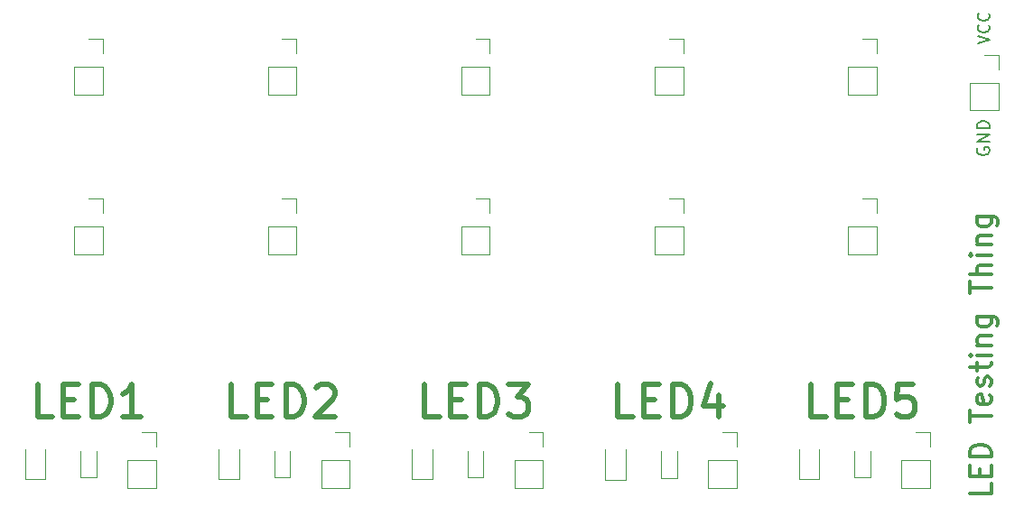
<source format=gbr>
%TF.GenerationSoftware,KiCad,Pcbnew,(6.0.11)*%
%TF.CreationDate,2024-01-05T21:44:53+00:00*%
%TF.ProjectId,LED-RESISTOR-TESTER,4c45442d-5245-4534-9953-544f522d5445,rev?*%
%TF.SameCoordinates,Original*%
%TF.FileFunction,Legend,Top*%
%TF.FilePolarity,Positive*%
%FSLAX46Y46*%
G04 Gerber Fmt 4.6, Leading zero omitted, Abs format (unit mm)*
G04 Created by KiCad (PCBNEW (6.0.11)) date 2024-01-05 21:44:53*
%MOMM*%
%LPD*%
G01*
G04 APERTURE LIST*
%ADD10C,0.500000*%
%ADD11C,0.200000*%
%ADD12C,0.300000*%
%ADD13C,0.120000*%
G04 APERTURE END LIST*
D10*
X148932857Y-96107142D02*
X147504285Y-96107142D01*
X147504285Y-93107142D01*
X149932857Y-94535714D02*
X150932857Y-94535714D01*
X151361428Y-96107142D02*
X149932857Y-96107142D01*
X149932857Y-93107142D01*
X151361428Y-93107142D01*
X152647142Y-96107142D02*
X152647142Y-93107142D01*
X153361428Y-93107142D01*
X153790000Y-93250000D01*
X154075714Y-93535714D01*
X154218571Y-93821428D01*
X154361428Y-94392857D01*
X154361428Y-94821428D01*
X154218571Y-95392857D01*
X154075714Y-95678571D01*
X153790000Y-95964285D01*
X153361428Y-96107142D01*
X152647142Y-96107142D01*
X155361428Y-93107142D02*
X157218571Y-93107142D01*
X156218571Y-94250000D01*
X156647142Y-94250000D01*
X156932857Y-94392857D01*
X157075714Y-94535714D01*
X157218571Y-94821428D01*
X157218571Y-95535714D01*
X157075714Y-95821428D01*
X156932857Y-95964285D01*
X156647142Y-96107142D01*
X155790000Y-96107142D01*
X155504285Y-95964285D01*
X155361428Y-95821428D01*
D11*
X199377619Y-61086666D02*
X200477619Y-60720000D01*
X199377619Y-60353333D01*
X200372857Y-59358095D02*
X200425238Y-59410476D01*
X200477619Y-59567619D01*
X200477619Y-59672380D01*
X200425238Y-59829523D01*
X200320476Y-59934285D01*
X200215714Y-59986666D01*
X200006190Y-60039047D01*
X199849047Y-60039047D01*
X199639523Y-59986666D01*
X199534761Y-59934285D01*
X199430000Y-59829523D01*
X199377619Y-59672380D01*
X199377619Y-59567619D01*
X199430000Y-59410476D01*
X199482380Y-59358095D01*
X200372857Y-58258095D02*
X200425238Y-58310476D01*
X200477619Y-58467619D01*
X200477619Y-58572380D01*
X200425238Y-58729523D01*
X200320476Y-58834285D01*
X200215714Y-58886666D01*
X200006190Y-58939047D01*
X199849047Y-58939047D01*
X199639523Y-58886666D01*
X199534761Y-58834285D01*
X199430000Y-58729523D01*
X199377619Y-58572380D01*
X199377619Y-58467619D01*
X199430000Y-58310476D01*
X199482380Y-58258095D01*
D10*
X112652857Y-96107142D02*
X111224285Y-96107142D01*
X111224285Y-93107142D01*
X113652857Y-94535714D02*
X114652857Y-94535714D01*
X115081428Y-96107142D02*
X113652857Y-96107142D01*
X113652857Y-93107142D01*
X115081428Y-93107142D01*
X116367142Y-96107142D02*
X116367142Y-93107142D01*
X117081428Y-93107142D01*
X117510000Y-93250000D01*
X117795714Y-93535714D01*
X117938571Y-93821428D01*
X118081428Y-94392857D01*
X118081428Y-94821428D01*
X117938571Y-95392857D01*
X117795714Y-95678571D01*
X117510000Y-95964285D01*
X117081428Y-96107142D01*
X116367142Y-96107142D01*
X120938571Y-96107142D02*
X119224285Y-96107142D01*
X120081428Y-96107142D02*
X120081428Y-93107142D01*
X119795714Y-93535714D01*
X119510000Y-93821428D01*
X119224285Y-93964285D01*
D11*
X199340000Y-70884285D02*
X199282857Y-70998571D01*
X199282857Y-71170000D01*
X199340000Y-71341428D01*
X199454285Y-71455714D01*
X199568571Y-71512857D01*
X199797142Y-71570000D01*
X199968571Y-71570000D01*
X200197142Y-71512857D01*
X200311428Y-71455714D01*
X200425714Y-71341428D01*
X200482857Y-71170000D01*
X200482857Y-71055714D01*
X200425714Y-70884285D01*
X200368571Y-70827142D01*
X199968571Y-70827142D01*
X199968571Y-71055714D01*
X200482857Y-70312857D02*
X199282857Y-70312857D01*
X200482857Y-69627142D01*
X199282857Y-69627142D01*
X200482857Y-69055714D02*
X199282857Y-69055714D01*
X199282857Y-68770000D01*
X199340000Y-68598571D01*
X199454285Y-68484285D01*
X199568571Y-68427142D01*
X199797142Y-68370000D01*
X199968571Y-68370000D01*
X200197142Y-68427142D01*
X200311428Y-68484285D01*
X200425714Y-68598571D01*
X200482857Y-68770000D01*
X200482857Y-69055714D01*
D10*
X185187857Y-96107142D02*
X183759285Y-96107142D01*
X183759285Y-93107142D01*
X186187857Y-94535714D02*
X187187857Y-94535714D01*
X187616428Y-96107142D02*
X186187857Y-96107142D01*
X186187857Y-93107142D01*
X187616428Y-93107142D01*
X188902142Y-96107142D02*
X188902142Y-93107142D01*
X189616428Y-93107142D01*
X190045000Y-93250000D01*
X190330714Y-93535714D01*
X190473571Y-93821428D01*
X190616428Y-94392857D01*
X190616428Y-94821428D01*
X190473571Y-95392857D01*
X190330714Y-95678571D01*
X190045000Y-95964285D01*
X189616428Y-96107142D01*
X188902142Y-96107142D01*
X193330714Y-93107142D02*
X191902142Y-93107142D01*
X191759285Y-94535714D01*
X191902142Y-94392857D01*
X192187857Y-94250000D01*
X192902142Y-94250000D01*
X193187857Y-94392857D01*
X193330714Y-94535714D01*
X193473571Y-94821428D01*
X193473571Y-95535714D01*
X193330714Y-95821428D01*
X193187857Y-95964285D01*
X192902142Y-96107142D01*
X192187857Y-96107142D01*
X191902142Y-95964285D01*
X191759285Y-95821428D01*
X167072857Y-96107142D02*
X165644285Y-96107142D01*
X165644285Y-93107142D01*
X168072857Y-94535714D02*
X169072857Y-94535714D01*
X169501428Y-96107142D02*
X168072857Y-96107142D01*
X168072857Y-93107142D01*
X169501428Y-93107142D01*
X170787142Y-96107142D02*
X170787142Y-93107142D01*
X171501428Y-93107142D01*
X171930000Y-93250000D01*
X172215714Y-93535714D01*
X172358571Y-93821428D01*
X172501428Y-94392857D01*
X172501428Y-94821428D01*
X172358571Y-95392857D01*
X172215714Y-95678571D01*
X171930000Y-95964285D01*
X171501428Y-96107142D01*
X170787142Y-96107142D01*
X175072857Y-94107142D02*
X175072857Y-96107142D01*
X174358571Y-92964285D02*
X173644285Y-95107142D01*
X175501428Y-95107142D01*
D12*
X200634761Y-102347619D02*
X200634761Y-103300000D01*
X198634761Y-103300000D01*
X199587142Y-101680952D02*
X199587142Y-101014285D01*
X200634761Y-100728571D02*
X200634761Y-101680952D01*
X198634761Y-101680952D01*
X198634761Y-100728571D01*
X200634761Y-99871428D02*
X198634761Y-99871428D01*
X198634761Y-99395238D01*
X198730000Y-99109523D01*
X198920476Y-98919047D01*
X199110952Y-98823809D01*
X199491904Y-98728571D01*
X199777619Y-98728571D01*
X200158571Y-98823809D01*
X200349047Y-98919047D01*
X200539523Y-99109523D01*
X200634761Y-99395238D01*
X200634761Y-99871428D01*
X198634761Y-96633333D02*
X198634761Y-95490476D01*
X200634761Y-96061904D02*
X198634761Y-96061904D01*
X200539523Y-94061904D02*
X200634761Y-94252380D01*
X200634761Y-94633333D01*
X200539523Y-94823809D01*
X200349047Y-94919047D01*
X199587142Y-94919047D01*
X199396666Y-94823809D01*
X199301428Y-94633333D01*
X199301428Y-94252380D01*
X199396666Y-94061904D01*
X199587142Y-93966666D01*
X199777619Y-93966666D01*
X199968095Y-94919047D01*
X200539523Y-93204761D02*
X200634761Y-93014285D01*
X200634761Y-92633333D01*
X200539523Y-92442857D01*
X200349047Y-92347619D01*
X200253809Y-92347619D01*
X200063333Y-92442857D01*
X199968095Y-92633333D01*
X199968095Y-92919047D01*
X199872857Y-93109523D01*
X199682380Y-93204761D01*
X199587142Y-93204761D01*
X199396666Y-93109523D01*
X199301428Y-92919047D01*
X199301428Y-92633333D01*
X199396666Y-92442857D01*
X199301428Y-91776190D02*
X199301428Y-91014285D01*
X198634761Y-91490476D02*
X200349047Y-91490476D01*
X200539523Y-91395238D01*
X200634761Y-91204761D01*
X200634761Y-91014285D01*
X200634761Y-90347619D02*
X199301428Y-90347619D01*
X198634761Y-90347619D02*
X198730000Y-90442857D01*
X198825238Y-90347619D01*
X198730000Y-90252380D01*
X198634761Y-90347619D01*
X198825238Y-90347619D01*
X199301428Y-89395238D02*
X200634761Y-89395238D01*
X199491904Y-89395238D02*
X199396666Y-89300000D01*
X199301428Y-89109523D01*
X199301428Y-88823809D01*
X199396666Y-88633333D01*
X199587142Y-88538095D01*
X200634761Y-88538095D01*
X199301428Y-86728571D02*
X200920476Y-86728571D01*
X201110952Y-86823809D01*
X201206190Y-86919047D01*
X201301428Y-87109523D01*
X201301428Y-87395238D01*
X201206190Y-87585714D01*
X200539523Y-86728571D02*
X200634761Y-86919047D01*
X200634761Y-87300000D01*
X200539523Y-87490476D01*
X200444285Y-87585714D01*
X200253809Y-87680952D01*
X199682380Y-87680952D01*
X199491904Y-87585714D01*
X199396666Y-87490476D01*
X199301428Y-87300000D01*
X199301428Y-86919047D01*
X199396666Y-86728571D01*
X198634761Y-84538095D02*
X198634761Y-83395238D01*
X200634761Y-83966666D02*
X198634761Y-83966666D01*
X200634761Y-82728571D02*
X198634761Y-82728571D01*
X200634761Y-81871428D02*
X199587142Y-81871428D01*
X199396666Y-81966666D01*
X199301428Y-82157142D01*
X199301428Y-82442857D01*
X199396666Y-82633333D01*
X199491904Y-82728571D01*
X200634761Y-80919047D02*
X199301428Y-80919047D01*
X198634761Y-80919047D02*
X198730000Y-81014285D01*
X198825238Y-80919047D01*
X198730000Y-80823809D01*
X198634761Y-80919047D01*
X198825238Y-80919047D01*
X199301428Y-79966666D02*
X200634761Y-79966666D01*
X199491904Y-79966666D02*
X199396666Y-79871428D01*
X199301428Y-79680952D01*
X199301428Y-79395238D01*
X199396666Y-79204761D01*
X199587142Y-79109523D01*
X200634761Y-79109523D01*
X199301428Y-77300000D02*
X200920476Y-77300000D01*
X201110952Y-77395238D01*
X201206190Y-77490476D01*
X201301428Y-77680952D01*
X201301428Y-77966666D01*
X201206190Y-78157142D01*
X200539523Y-77300000D02*
X200634761Y-77490476D01*
X200634761Y-77871428D01*
X200539523Y-78061904D01*
X200444285Y-78157142D01*
X200253809Y-78252380D01*
X199682380Y-78252380D01*
X199491904Y-78157142D01*
X199396666Y-78061904D01*
X199301428Y-77871428D01*
X199301428Y-77490476D01*
X199396666Y-77300000D01*
D10*
X130792857Y-96107142D02*
X129364285Y-96107142D01*
X129364285Y-93107142D01*
X131792857Y-94535714D02*
X132792857Y-94535714D01*
X133221428Y-96107142D02*
X131792857Y-96107142D01*
X131792857Y-93107142D01*
X133221428Y-93107142D01*
X134507142Y-96107142D02*
X134507142Y-93107142D01*
X135221428Y-93107142D01*
X135650000Y-93250000D01*
X135935714Y-93535714D01*
X136078571Y-93821428D01*
X136221428Y-94392857D01*
X136221428Y-94821428D01*
X136078571Y-95392857D01*
X135935714Y-95678571D01*
X135650000Y-95964285D01*
X135221428Y-96107142D01*
X134507142Y-96107142D01*
X137364285Y-93392857D02*
X137507142Y-93250000D01*
X137792857Y-93107142D01*
X138507142Y-93107142D01*
X138792857Y-93250000D01*
X138935714Y-93392857D01*
X139078571Y-93678571D01*
X139078571Y-93964285D01*
X138935714Y-94392857D01*
X137221428Y-96107142D01*
X139078571Y-96107142D01*
D13*
%TO.C,D1*%
X110050000Y-101995000D02*
X111970000Y-101995000D01*
X110050000Y-99135000D02*
X110050000Y-101995000D01*
X111970000Y-101995000D02*
X111970000Y-99135000D01*
%TO.C,J8*%
X169100000Y-78260000D02*
X171760000Y-78260000D01*
X169100000Y-80860000D02*
X171760000Y-80860000D01*
X169100000Y-78260000D02*
X169100000Y-80860000D01*
X170430000Y-75660000D02*
X171760000Y-75660000D01*
X171760000Y-78260000D02*
X171760000Y-80860000D01*
X171760000Y-75660000D02*
X171760000Y-76990000D01*
%TO.C,D5*%
X148250000Y-101995000D02*
X148250000Y-99135000D01*
X146330000Y-101995000D02*
X148250000Y-101995000D01*
X146330000Y-99135000D02*
X146330000Y-101995000D01*
%TO.C,D4*%
X134885000Y-101795000D02*
X134885000Y-99335000D01*
X133415000Y-101795000D02*
X134885000Y-101795000D01*
X133415000Y-99335000D02*
X133415000Y-101795000D01*
%TO.C,J12*%
X137820000Y-100177500D02*
X137820000Y-102777500D01*
X140480000Y-100177500D02*
X140480000Y-102777500D01*
X140480000Y-97577500D02*
X140480000Y-98907500D01*
X137820000Y-100177500D02*
X140480000Y-100177500D01*
X137820000Y-102777500D02*
X140480000Y-102777500D01*
X139150000Y-97577500D02*
X140480000Y-97577500D01*
%TO.C,J6*%
X150960000Y-80860000D02*
X153620000Y-80860000D01*
X153620000Y-78260000D02*
X153620000Y-80860000D01*
X150960000Y-78260000D02*
X153620000Y-78260000D01*
X153620000Y-75660000D02*
X153620000Y-76990000D01*
X150960000Y-78260000D02*
X150960000Y-80860000D01*
X152290000Y-75660000D02*
X153620000Y-75660000D01*
%TO.C,D10*%
X189305000Y-101795000D02*
X189305000Y-99335000D01*
X187835000Y-101795000D02*
X189305000Y-101795000D01*
X187835000Y-99335000D02*
X187835000Y-101795000D01*
%TO.C,D8*%
X171165000Y-101835000D02*
X171165000Y-99375000D01*
X169695000Y-101835000D02*
X171165000Y-101835000D01*
X169695000Y-99375000D02*
X169695000Y-101835000D01*
%TO.C,J9*%
X189900000Y-63260000D02*
X189900000Y-65860000D01*
X187240000Y-63260000D02*
X189900000Y-63260000D01*
X188570000Y-60660000D02*
X189900000Y-60660000D01*
X187240000Y-65860000D02*
X189900000Y-65860000D01*
X187240000Y-63260000D02*
X187240000Y-65860000D01*
X189900000Y-60660000D02*
X189900000Y-61990000D01*
%TO.C,J10*%
X187240000Y-78260000D02*
X189900000Y-78260000D01*
X189900000Y-78260000D02*
X189900000Y-80860000D01*
X187240000Y-80860000D02*
X189900000Y-80860000D01*
X187240000Y-78260000D02*
X187240000Y-80860000D01*
X189900000Y-75660000D02*
X189900000Y-76990000D01*
X188570000Y-75660000D02*
X189900000Y-75660000D01*
%TO.C,D6*%
X151555000Y-101795000D02*
X153025000Y-101795000D01*
X153025000Y-101795000D02*
X153025000Y-99335000D01*
X151555000Y-99335000D02*
X151555000Y-101795000D01*
%TO.C,J2*%
X117340000Y-78260000D02*
X117340000Y-80860000D01*
X114680000Y-78260000D02*
X117340000Y-78260000D01*
X114680000Y-80860000D02*
X117340000Y-80860000D01*
X117340000Y-75660000D02*
X117340000Y-76990000D01*
X114680000Y-78260000D02*
X114680000Y-80860000D01*
X116010000Y-75660000D02*
X117340000Y-75660000D01*
%TO.C,J14*%
X174100000Y-100177500D02*
X176760000Y-100177500D01*
X174100000Y-100177500D02*
X174100000Y-102777500D01*
X174100000Y-102777500D02*
X176760000Y-102777500D01*
X175430000Y-97577500D02*
X176760000Y-97577500D01*
X176760000Y-100177500D02*
X176760000Y-102777500D01*
X176760000Y-97577500D02*
X176760000Y-98907500D01*
%TO.C,J4*%
X132820000Y-78260000D02*
X135480000Y-78260000D01*
X132820000Y-78260000D02*
X132820000Y-80860000D01*
X134150000Y-75660000D02*
X135480000Y-75660000D01*
X132820000Y-80860000D02*
X135480000Y-80860000D01*
X135480000Y-75660000D02*
X135480000Y-76990000D01*
X135480000Y-78260000D02*
X135480000Y-80860000D01*
%TO.C,D9*%
X182610000Y-99135000D02*
X182610000Y-101995000D01*
X184530000Y-101995000D02*
X184530000Y-99135000D01*
X182610000Y-101995000D02*
X184530000Y-101995000D01*
%TO.C,D7*%
X166390000Y-102035000D02*
X166390000Y-99175000D01*
X164470000Y-102035000D02*
X166390000Y-102035000D01*
X164470000Y-99175000D02*
X164470000Y-102035000D01*
%TO.C,J15*%
X192240000Y-102777500D02*
X194900000Y-102777500D01*
X194900000Y-97577500D02*
X194900000Y-98907500D01*
X192240000Y-100177500D02*
X192240000Y-102777500D01*
X192240000Y-100177500D02*
X194900000Y-100177500D01*
X194900000Y-100177500D02*
X194900000Y-102777500D01*
X193570000Y-97577500D02*
X194900000Y-97577500D01*
%TO.C,J13*%
X155960000Y-102777500D02*
X158620000Y-102777500D01*
X155960000Y-100177500D02*
X158620000Y-100177500D01*
X158620000Y-97577500D02*
X158620000Y-98907500D01*
X157290000Y-97577500D02*
X158620000Y-97577500D01*
X158620000Y-100177500D02*
X158620000Y-102777500D01*
X155960000Y-100177500D02*
X155960000Y-102777500D01*
%TO.C,J11*%
X122340000Y-97577500D02*
X122340000Y-98907500D01*
X119680000Y-100177500D02*
X119680000Y-102777500D01*
X121010000Y-97577500D02*
X122340000Y-97577500D01*
X119680000Y-100177500D02*
X122340000Y-100177500D01*
X122340000Y-100177500D02*
X122340000Y-102777500D01*
X119680000Y-102777500D02*
X122340000Y-102777500D01*
%TO.C,J1*%
X117340000Y-60660000D02*
X117340000Y-61990000D01*
X114680000Y-63260000D02*
X114680000Y-65860000D01*
X117340000Y-63260000D02*
X117340000Y-65860000D01*
X116010000Y-60660000D02*
X117340000Y-60660000D01*
X114680000Y-63260000D02*
X117340000Y-63260000D01*
X114680000Y-65860000D02*
X117340000Y-65860000D01*
%TO.C,J16*%
X198650000Y-64750000D02*
X198650000Y-67350000D01*
X198650000Y-64750000D02*
X201310000Y-64750000D01*
X201310000Y-62150000D02*
X201310000Y-63480000D01*
X198650000Y-67350000D02*
X201310000Y-67350000D01*
X199980000Y-62150000D02*
X201310000Y-62150000D01*
X201310000Y-64750000D02*
X201310000Y-67350000D01*
%TO.C,D3*%
X128190000Y-99135000D02*
X128190000Y-101995000D01*
X130110000Y-101995000D02*
X130110000Y-99135000D01*
X128190000Y-101995000D02*
X130110000Y-101995000D01*
%TO.C,J3*%
X132820000Y-63260000D02*
X135480000Y-63260000D01*
X135480000Y-60660000D02*
X135480000Y-61990000D01*
X132820000Y-65860000D02*
X135480000Y-65860000D01*
X132820000Y-63260000D02*
X132820000Y-65860000D01*
X135480000Y-63260000D02*
X135480000Y-65860000D01*
X134150000Y-60660000D02*
X135480000Y-60660000D01*
%TO.C,J5*%
X150960000Y-63260000D02*
X150960000Y-65860000D01*
X150960000Y-63260000D02*
X153620000Y-63260000D01*
X152290000Y-60660000D02*
X153620000Y-60660000D01*
X153620000Y-60660000D02*
X153620000Y-61990000D01*
X153620000Y-63260000D02*
X153620000Y-65860000D01*
X150960000Y-65860000D02*
X153620000Y-65860000D01*
%TO.C,D2*%
X115275000Y-99335000D02*
X115275000Y-101795000D01*
X116745000Y-101795000D02*
X116745000Y-99335000D01*
X115275000Y-101795000D02*
X116745000Y-101795000D01*
%TO.C,J7*%
X169100000Y-63260000D02*
X171760000Y-63260000D01*
X171760000Y-60660000D02*
X171760000Y-61990000D01*
X171760000Y-63260000D02*
X171760000Y-65860000D01*
X169100000Y-65860000D02*
X171760000Y-65860000D01*
X169100000Y-63260000D02*
X169100000Y-65860000D01*
X170430000Y-60660000D02*
X171760000Y-60660000D01*
%TD*%
M02*

</source>
